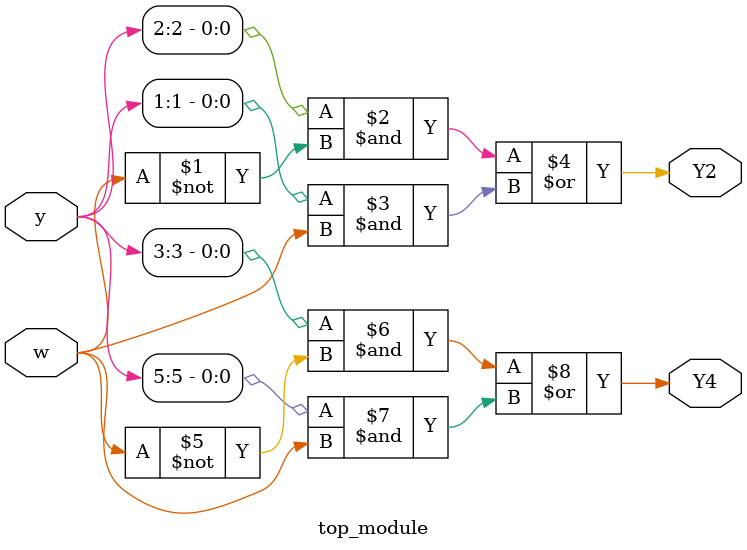
<source format=sv>
module top_module (
    input [6:1] y,
    input w,
    output Y2,
    output Y4
);

    // A: 000001
    // B: 000010
    // C: 000100
    // D: 001000
    // E: 010000
    // F: 100000

    // Y2 is '1' for state C only
    assign Y2 = (y[2] & ~w) | 
                (y[1] & w);

    // Y4 is '1' for state E only
    assign Y4 = (y[3] & ~w) | 
                (y[5] & w);

endmodule

</source>
